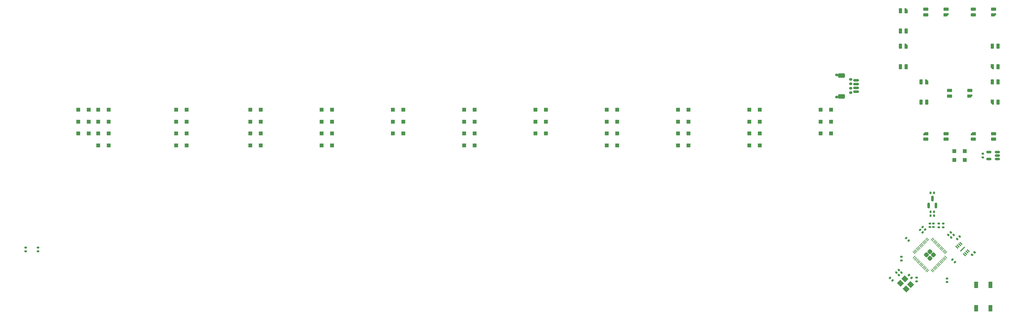
<source format=gbr>
%TF.GenerationSoftware,KiCad,Pcbnew,8.0.8*%
%TF.CreationDate,2025-08-10T21:28:01+02:00*%
%TF.ProjectId,eurovISOn REV,6575726f-7649-4534-9f6e-205245562e6b,rev?*%
%TF.SameCoordinates,Original*%
%TF.FileFunction,Paste,Bot*%
%TF.FilePolarity,Positive*%
%FSLAX46Y46*%
G04 Gerber Fmt 4.6, Leading zero omitted, Abs format (unit mm)*
G04 Created by KiCad (PCBNEW 8.0.8) date 2025-08-10 21:28:01*
%MOMM*%
%LPD*%
G01*
G04 APERTURE LIST*
G04 Aperture macros list*
%AMRoundRect*
0 Rectangle with rounded corners*
0 $1 Rounding radius*
0 $2 $3 $4 $5 $6 $7 $8 $9 X,Y pos of 4 corners*
0 Add a 4 corners polygon primitive as box body*
4,1,4,$2,$3,$4,$5,$6,$7,$8,$9,$2,$3,0*
0 Add four circle primitives for the rounded corners*
1,1,$1+$1,$2,$3*
1,1,$1+$1,$4,$5*
1,1,$1+$1,$6,$7*
1,1,$1+$1,$8,$9*
0 Add four rect primitives between the rounded corners*
20,1,$1+$1,$2,$3,$4,$5,0*
20,1,$1+$1,$4,$5,$6,$7,0*
20,1,$1+$1,$6,$7,$8,$9,0*
20,1,$1+$1,$8,$9,$2,$3,0*%
%AMRotRect*
0 Rectangle, with rotation*
0 The origin of the aperture is its center*
0 $1 length*
0 $2 width*
0 $3 Rotation angle, in degrees counterclockwise*
0 Add horizontal line*
21,1,$1,$2,0,0,$3*%
%AMFreePoly0*
4,1,18,-0.410000,0.593000,-0.403758,0.624380,-0.385983,0.650983,-0.359380,0.668758,-0.328000,0.675000,0.328000,0.675000,0.359380,0.668758,0.385983,0.650983,0.403758,0.624380,0.410000,0.593000,0.410000,-0.593000,0.403758,-0.624380,0.385983,-0.650983,0.359380,-0.668758,0.328000,-0.675000,0.000000,-0.675000,-0.410000,-0.265000,-0.410000,0.593000,-0.410000,0.593000,$1*%
G04 Aperture macros list end*
%ADD10RoundRect,0.150000X0.150000X-0.587500X0.150000X0.587500X-0.150000X0.587500X-0.150000X-0.587500X0*%
%ADD11RoundRect,0.250000X0.300000X0.300000X-0.300000X0.300000X-0.300000X-0.300000X0.300000X-0.300000X0*%
%ADD12RoundRect,0.140000X-0.219203X-0.021213X-0.021213X-0.219203X0.219203X0.021213X0.021213X0.219203X0*%
%ADD13RoundRect,0.082000X-0.328000X-0.593000X0.328000X-0.593000X0.328000X0.593000X-0.328000X0.593000X0*%
%ADD14FreePoly0,0.000000*%
%ADD15RoundRect,0.140000X0.219203X0.021213X0.021213X0.219203X-0.219203X-0.021213X-0.021213X-0.219203X0*%
%ADD16RoundRect,0.082000X-0.593000X0.328000X-0.593000X-0.328000X0.593000X-0.328000X0.593000X0.328000X0*%
%ADD17FreePoly0,270.000000*%
%ADD18RoundRect,0.250000X-0.300000X-0.300000X0.300000X-0.300000X0.300000X0.300000X-0.300000X0.300000X0*%
%ADD19RoundRect,0.082000X0.328000X0.593000X-0.328000X0.593000X-0.328000X-0.593000X0.328000X-0.593000X0*%
%ADD20FreePoly0,180.000000*%
%ADD21RoundRect,0.140000X-0.170000X0.140000X-0.170000X-0.140000X0.170000X-0.140000X0.170000X0.140000X0*%
%ADD22RoundRect,0.135000X-0.185000X0.135000X-0.185000X-0.135000X0.185000X-0.135000X0.185000X0.135000X0*%
%ADD23RoundRect,0.150000X0.625000X-0.150000X0.625000X0.150000X-0.625000X0.150000X-0.625000X-0.150000X0*%
%ADD24RoundRect,0.250000X0.650000X-0.350000X0.650000X0.350000X-0.650000X0.350000X-0.650000X-0.350000X0*%
%ADD25RoundRect,0.250000X0.413257X0.000000X0.000000X0.413257X-0.413257X0.000000X0.000000X-0.413257X0*%
%ADD26RoundRect,0.050000X0.309359X-0.238649X-0.238649X0.309359X-0.309359X0.238649X0.238649X-0.309359X0*%
%ADD27RoundRect,0.050000X0.309359X0.238649X0.238649X0.309359X-0.309359X-0.238649X-0.238649X-0.309359X0*%
%ADD28RoundRect,0.140000X0.170000X-0.140000X0.170000X0.140000X-0.170000X0.140000X-0.170000X-0.140000X0*%
%ADD29RoundRect,0.082000X0.593000X-0.328000X0.593000X0.328000X-0.593000X0.328000X-0.593000X-0.328000X0*%
%ADD30FreePoly0,90.000000*%
%ADD31RoundRect,0.150000X0.512500X0.150000X-0.512500X0.150000X-0.512500X-0.150000X0.512500X-0.150000X0*%
%ADD32RoundRect,0.140000X0.021213X-0.219203X0.219203X-0.021213X-0.021213X0.219203X-0.219203X0.021213X0*%
%ADD33RoundRect,0.135000X0.185000X-0.135000X0.185000X0.135000X-0.185000X0.135000X-0.185000X-0.135000X0*%
%ADD34RoundRect,0.140000X0.140000X0.170000X-0.140000X0.170000X-0.140000X-0.170000X0.140000X-0.170000X0*%
%ADD35RotRect,1.400000X1.200000X315.000000*%
%ADD36RoundRect,0.140000X-0.140000X-0.170000X0.140000X-0.170000X0.140000X0.170000X-0.140000X0.170000X0*%
%ADD37RoundRect,0.135000X-0.226274X-0.035355X-0.035355X-0.226274X0.226274X0.035355X0.035355X0.226274X0*%
%ADD38RotRect,0.900000X0.300000X135.000000*%
%ADD39RotRect,1.650000X0.250000X45.000000*%
%ADD40RoundRect,0.150000X0.275000X-0.150000X0.275000X0.150000X-0.275000X0.150000X-0.275000X-0.150000X0*%
%ADD41RoundRect,0.175000X0.225000X-0.175000X0.225000X0.175000X-0.225000X0.175000X-0.225000X-0.175000X0*%
%ADD42RoundRect,0.140000X-0.021213X0.219203X-0.219203X0.021213X0.021213X-0.219203X0.219203X-0.021213X0*%
%ADD43RoundRect,0.135000X0.035355X-0.226274X0.226274X-0.035355X-0.035355X0.226274X-0.226274X0.035355X0*%
%ADD44R,1.000000X1.700000*%
G04 APERTURE END LIST*
D10*
%TO.C,U4*%
X261143750Y-71725000D03*
X259243750Y-71725000D03*
X260193750Y-69850000D03*
%TD*%
D11*
%TO.C,D3*%
X60931250Y-46037500D03*
X58131250Y-46037500D03*
%TD*%
D12*
%TO.C,C3*%
X248922641Y-91081043D03*
X249601463Y-91759865D03*
%TD*%
D13*
%TO.C,LED2*%
X277768750Y-38550000D03*
X276268750Y-38550000D03*
X277768750Y-44000000D03*
D14*
X276268750Y-44000000D03*
%TD*%
D11*
%TO.C,D40*%
X60931250Y-55562500D03*
X58131250Y-55562500D03*
%TD*%
D15*
%TO.C,C9*%
X258316129Y-78095780D03*
X257637307Y-77416958D03*
%TD*%
D16*
%TO.C,LED1*%
X276568750Y-53931250D03*
X276568750Y-52431250D03*
X271118750Y-53931250D03*
D17*
X271118750Y-52431250D03*
%TD*%
D11*
%TO.C,D33*%
X156975000Y-52387500D03*
X154175000Y-52387500D03*
%TD*%
D18*
%TO.C,D14*%
X31937500Y-49212500D03*
X34737500Y-49212500D03*
%TD*%
%TO.C,D26*%
X31937500Y-52387500D03*
X34737500Y-52387500D03*
%TD*%
D19*
%TO.C,LED7*%
X251662500Y-34475000D03*
X253162500Y-34475000D03*
X251662500Y-29025000D03*
D20*
X253162500Y-29025000D03*
%TD*%
D21*
%TO.C,C2*%
X255977100Y-91004644D03*
X255977100Y-91964644D03*
%TD*%
D11*
%TO.C,D24*%
X214125000Y-49212500D03*
X211325000Y-49212500D03*
%TD*%
%TO.C,D42*%
X99825000Y-55562500D03*
X97025000Y-55562500D03*
%TD*%
D21*
%TO.C,C11*%
X264162500Y-91201250D03*
X264162500Y-92161250D03*
%TD*%
D11*
%TO.C,D23*%
X195075000Y-49212500D03*
X192275000Y-49212500D03*
%TD*%
%TO.C,D28*%
X60931250Y-52387500D03*
X58131250Y-52387500D03*
%TD*%
%TO.C,D6*%
X118875000Y-46037500D03*
X116075000Y-46037500D03*
%TD*%
D13*
%TO.C,LED3*%
X277768750Y-29025000D03*
X276268750Y-29025000D03*
X277768750Y-34475000D03*
D14*
X276268750Y-34475000D03*
%TD*%
D22*
%TO.C,R5*%
X261937500Y-76483750D03*
X261937500Y-77503750D03*
%TD*%
D11*
%TO.C,D4*%
X80775000Y-46037500D03*
X77975000Y-46037500D03*
%TD*%
%TO.C,D7*%
X137925000Y-46037500D03*
X135125000Y-46037500D03*
%TD*%
%TO.C,D10*%
X195075000Y-46037500D03*
X192275000Y-46037500D03*
%TD*%
%TO.C,D9*%
X176025000Y-46037500D03*
X173225000Y-46037500D03*
%TD*%
D16*
%TO.C,LED9*%
X263868750Y-53931250D03*
X263868750Y-52431250D03*
X258418750Y-53931250D03*
D17*
X258418750Y-52431250D03*
%TD*%
D11*
%TO.C,D25*%
X233175000Y-49212500D03*
X230375000Y-49212500D03*
%TD*%
%TO.C,D22*%
X176025000Y-49212500D03*
X173225000Y-49212500D03*
%TD*%
D23*
%TO.C,J2*%
X239812500Y-41187500D03*
X239812500Y-40187500D03*
X239812500Y-39187500D03*
X239812500Y-38187500D03*
D24*
X235937500Y-42487500D03*
X235937500Y-36887500D03*
%TD*%
D25*
%TO.C,U3*%
X259556250Y-85832811D03*
X260457811Y-84931250D03*
X258654689Y-84931250D03*
X259556250Y-84029689D03*
D26*
X263825407Y-85523452D03*
X263542564Y-85806295D03*
X263259722Y-86089137D03*
X262976879Y-86371980D03*
X262694036Y-86654823D03*
X262411194Y-86937665D03*
X262128351Y-87220508D03*
X261845508Y-87503351D03*
X261562665Y-87786194D03*
X261279823Y-88069036D03*
X260996980Y-88351879D03*
X260714137Y-88634722D03*
X260431295Y-88917564D03*
X260148452Y-89200407D03*
D27*
X258964048Y-89200407D03*
X258681205Y-88917564D03*
X258398363Y-88634722D03*
X258115520Y-88351879D03*
X257832677Y-88069036D03*
X257549835Y-87786194D03*
X257266992Y-87503351D03*
X256984149Y-87220508D03*
X256701306Y-86937665D03*
X256418464Y-86654823D03*
X256135621Y-86371980D03*
X255852778Y-86089137D03*
X255569936Y-85806295D03*
X255287093Y-85523452D03*
D26*
X255287093Y-84339048D03*
X255569936Y-84056205D03*
X255852778Y-83773363D03*
X256135621Y-83490520D03*
X256418464Y-83207677D03*
X256701306Y-82924835D03*
X256984149Y-82641992D03*
X257266992Y-82359149D03*
X257549835Y-82076306D03*
X257832677Y-81793464D03*
X258115520Y-81510621D03*
X258398363Y-81227778D03*
X258681205Y-80944936D03*
X258964048Y-80662093D03*
D27*
X260148452Y-80662093D03*
X260431295Y-80944936D03*
X260714137Y-81227778D03*
X260996980Y-81510621D03*
X261279823Y-81793464D03*
X261562665Y-82076306D03*
X261845508Y-82359149D03*
X262128351Y-82641992D03*
X262411194Y-82924835D03*
X262694036Y-83207677D03*
X262976879Y-83490520D03*
X263259722Y-83773363D03*
X263542564Y-84056205D03*
X263825407Y-84339048D03*
%TD*%
D11*
%TO.C,D31*%
X118875000Y-52387500D03*
X116075000Y-52387500D03*
%TD*%
%TO.C,D12*%
X233175000Y-46037500D03*
X230375000Y-46037500D03*
%TD*%
D28*
%TO.C,C8*%
X259556250Y-77473750D03*
X259556250Y-76513750D03*
%TD*%
%TO.C,C1*%
X273711376Y-58774739D03*
X273711376Y-57814739D03*
%TD*%
D29*
%TO.C,LED10*%
X264768750Y-40850000D03*
X264768750Y-42350000D03*
X270218750Y-40850000D03*
D30*
X270218750Y-42350000D03*
%TD*%
D31*
%TO.C,U1*%
X277573876Y-57344739D03*
X277573876Y-58294739D03*
X277573876Y-59244739D03*
X275298876Y-59244739D03*
X275298876Y-57344739D03*
%TD*%
D32*
%TO.C,C18*%
X266872146Y-80696077D03*
X267550968Y-80017255D03*
%TD*%
D15*
%TO.C,C10*%
X257608824Y-78860136D03*
X256930002Y-78181314D03*
%TD*%
D29*
%TO.C,LED5*%
X258418750Y-19093750D03*
X258418750Y-20593750D03*
X263868750Y-19093750D03*
D30*
X263868750Y-20593750D03*
%TD*%
D33*
%TO.C,R1*%
X251956250Y-86393750D03*
X251956250Y-85373750D03*
%TD*%
D11*
%TO.C,D29*%
X80775000Y-52387500D03*
X77975000Y-52387500D03*
%TD*%
D34*
%TO.C,C16*%
X260687928Y-68262500D03*
X259727928Y-68262500D03*
%TD*%
D35*
%TO.C,Y1*%
X252870864Y-91289685D03*
X254426499Y-92845320D03*
X253224418Y-94047401D03*
X251668783Y-92491766D03*
%TD*%
D36*
%TO.C,C7*%
X259713750Y-73362500D03*
X260673750Y-73362500D03*
%TD*%
D32*
%TO.C,C15*%
X264433582Y-79521455D03*
X265112404Y-78842633D03*
%TD*%
D11*
%TO.C,D18*%
X99825000Y-49212500D03*
X97025000Y-49212500D03*
%TD*%
D34*
%TO.C,C17*%
X260673750Y-74356250D03*
X259713750Y-74356250D03*
%TD*%
D11*
%TO.C,D39*%
X40106250Y-55562500D03*
X37306250Y-55562500D03*
%TD*%
D37*
%TO.C,R6*%
X253955078Y-90310951D03*
X254676326Y-91032199D03*
%TD*%
D22*
%TO.C,R4*%
X263125000Y-76483750D03*
X263125000Y-77503750D03*
%TD*%
D11*
%TO.C,D8*%
X156975000Y-46037500D03*
X154175000Y-46037500D03*
%TD*%
%TO.C,D16*%
X60931250Y-49212500D03*
X58131250Y-49212500D03*
%TD*%
D38*
%TO.C,IC1*%
X269807780Y-83803369D03*
X269454226Y-84156923D03*
X269100673Y-84510476D03*
X268747119Y-84864030D03*
X266767220Y-82884131D03*
X267120774Y-82530577D03*
X267474327Y-82177024D03*
X267827881Y-81823470D03*
D39*
X268287500Y-83343750D03*
%TD*%
D11*
%TO.C,D35*%
X195075000Y-52387500D03*
X192275000Y-52387500D03*
%TD*%
D40*
%TO.C,J3*%
X238412500Y-41487500D03*
X238412500Y-40287500D03*
X238412500Y-39087500D03*
X238412500Y-37887500D03*
D41*
X234637500Y-42637500D03*
X234637500Y-36737500D03*
%TD*%
D11*
%TO.C,D46*%
X214125000Y-55562500D03*
X211325000Y-55562500D03*
%TD*%
D18*
%TO.C,D1*%
X31937500Y-46037500D03*
X34737500Y-46037500D03*
%TD*%
D12*
%TO.C,C13*%
X265566839Y-86179339D03*
X266245661Y-86858161D03*
%TD*%
D11*
%TO.C,D2*%
X40106250Y-46037500D03*
X37306250Y-46037500D03*
%TD*%
%TO.C,D37*%
X233175000Y-52387500D03*
X230375000Y-52387500D03*
%TD*%
%TO.C,D13*%
X268893750Y-57150000D03*
X266093750Y-57150000D03*
%TD*%
%TO.C,D15*%
X40106250Y-49212500D03*
X37306250Y-49212500D03*
%TD*%
%TO.C,D43*%
X137925000Y-55562500D03*
X135125000Y-55562500D03*
%TD*%
D42*
%TO.C,C6*%
X251216501Y-88933633D03*
X250537679Y-89612455D03*
%TD*%
D22*
%TO.C,R8*%
X17893094Y-82909862D03*
X17893094Y-83929862D03*
%TD*%
D11*
%TO.C,D41*%
X80775000Y-55562500D03*
X77975000Y-55562500D03*
%TD*%
%TO.C,D45*%
X195075000Y-55562500D03*
X192275000Y-55562500D03*
%TD*%
D29*
%TO.C,LED4*%
X271118750Y-19093750D03*
X271118750Y-20593750D03*
X276568750Y-19093750D03*
D30*
X276568750Y-20593750D03*
%TD*%
D11*
%TO.C,D17*%
X80775000Y-49212500D03*
X77975000Y-49212500D03*
%TD*%
%TO.C,D38*%
X268893750Y-59531250D03*
X266093750Y-59531250D03*
%TD*%
%TO.C,D20*%
X137925000Y-49212500D03*
X135125000Y-49212500D03*
%TD*%
%TO.C,D34*%
X176025000Y-52387500D03*
X173225000Y-52387500D03*
%TD*%
%TO.C,D21*%
X156975000Y-49212500D03*
X154175000Y-49212500D03*
%TD*%
%TO.C,D36*%
X214125000Y-52387500D03*
X211325000Y-52387500D03*
%TD*%
D28*
%TO.C,C4*%
X260478872Y-77473750D03*
X260478872Y-76513750D03*
%TD*%
D11*
%TO.C,D44*%
X176025000Y-55562500D03*
X173225000Y-55562500D03*
%TD*%
D15*
%TO.C,C12*%
X253881068Y-81088550D03*
X253202246Y-80409728D03*
%TD*%
D11*
%TO.C,D30*%
X99825000Y-52387500D03*
X97025000Y-52387500D03*
%TD*%
%TO.C,D11*%
X214125000Y-46037500D03*
X211325000Y-46037500D03*
%TD*%
D42*
%TO.C,C14*%
X251960062Y-89651671D03*
X251281240Y-90330493D03*
%TD*%
D11*
%TO.C,D5*%
X99825000Y-46037500D03*
X97025000Y-46037500D03*
%TD*%
D19*
%TO.C,LED6*%
X251662500Y-24950000D03*
X253162500Y-24950000D03*
X251662500Y-19500000D03*
D20*
X253162500Y-19500000D03*
%TD*%
D11*
%TO.C,D32*%
X137925000Y-52387500D03*
X135125000Y-52387500D03*
%TD*%
%TO.C,D27*%
X40106250Y-52387500D03*
X37306250Y-52387500D03*
%TD*%
D32*
%TO.C,C5*%
X265227189Y-80210209D03*
X265906011Y-79531387D03*
%TD*%
D19*
%TO.C,LED8*%
X257218750Y-44000000D03*
X258718750Y-44000000D03*
X257218750Y-38550000D03*
D20*
X258718750Y-38550000D03*
%TD*%
D43*
%TO.C,R9*%
X270775768Y-84915880D03*
X271497016Y-84194632D03*
%TD*%
D44*
%TO.C,SW1*%
X271943750Y-92893750D03*
X271943750Y-99193750D03*
X275743750Y-92893750D03*
X275743750Y-99193750D03*
%TD*%
D22*
%TO.C,R10*%
X21205000Y-82943750D03*
X21205000Y-83963750D03*
%TD*%
D11*
%TO.C,D19*%
X118875000Y-49212500D03*
X116075000Y-49212500D03*
%TD*%
M02*

</source>
